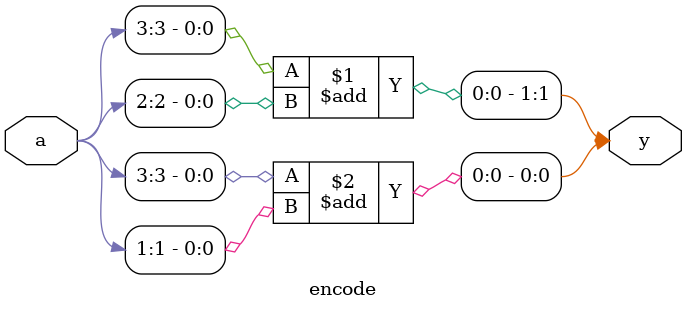
<source format=v>
module encode(a,y);
input [3:0]a;
output [1:0]y;
assign y[1]=a[3]+a[2];
assign y[0]=a[3]+a[1];
endmodule

</source>
